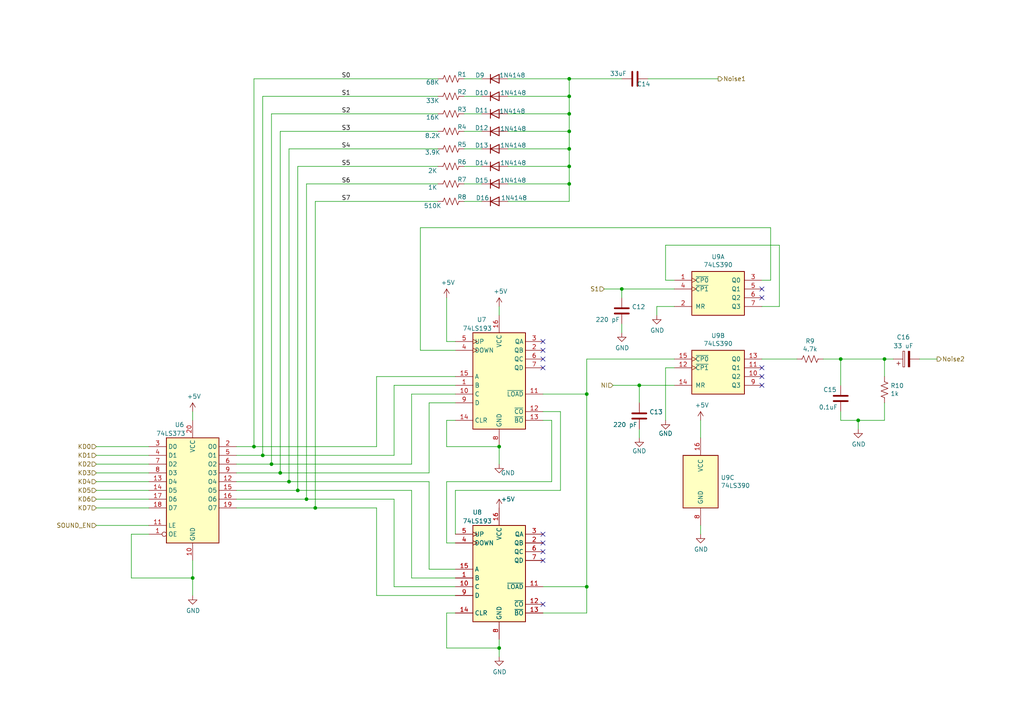
<source format=kicad_sch>
(kicad_sch (version 20230121) (generator eeschema)
  (paper "A4")
  (title_block (title "OSI Interface") (date "2020-06-23") (rev "1.2") (company "OSIWeb.org") (comment 1 "Sound Circuit"))
  (lib_symbols
    (symbol "74xx:74LS373"
      (property "Reference" "U" (at -7.62 16.51 0))
      (property "Value" "74LS373" (at -7.62 -16.51 0))
      (symbol "74LS373_1_0"
        (pin input inverted (at -12.7 -12.7 0) (length 5.08) (name "OE") (number "1"))
        (pin power_in line (at 0 -20.32 90) (length 5.08) (name "GND") (number "10"))
        (pin input line (at -12.7 -10.16 0) (length 5.08) (name "LE") (number "11"))
        (pin tri_state line (at 12.7 2.54 180) (length 5.08) (name "O4") (number "12"))
        (pin input line (at -12.7 2.54 0) (length 5.08) (name "D4") (number "13"))
        (pin input line (at -12.7 0 0) (length 5.08) (name "D5") (number "14"))
        (pin tri_state line (at 12.7 0 180) (length 5.08) (name "O5") (number "15"))
        (pin tri_state line (at 12.7 -2.54 180) (length 5.08) (name "O6") (number "16"))
        (pin input line (at -12.7 -2.54 0) (length 5.08) (name "D6") (number "17"))
        (pin input line (at -12.7 -5.08 0) (length 5.08) (name "D7") (number "18"))
        (pin tri_state line (at 12.7 -5.08 180) (length 5.08) (name "O7") (number "19"))
        (pin tri_state line (at 12.7 12.7 180) (length 5.08) (name "O0") (number "2"))
        (pin power_in line (at 0 20.32 270) (length 5.08) (name "VCC") (number "20"))
        (pin input line (at -12.7 12.7 0) (length 5.08) (name "D0") (number "3"))
        (pin input line (at -12.7 10.16 0) (length 5.08) (name "D1") (number "4"))
        (pin tri_state line (at 12.7 10.16 180) (length 5.08) (name "O1") (number "5"))
        (pin tri_state line (at 12.7 7.62 180) (length 5.08) (name "O2") (number "6"))
        (pin input line (at -12.7 7.62 0) (length 5.08) (name "D2") (number "7"))
        (pin input line (at -12.7 5.08 0) (length 5.08) (name "D3") (number "8"))
        (pin tri_state line (at 12.7 5.08 180) (length 5.08) (name "O3") (number "9"))
      )
      (symbol "74LS373_1_1"
        (rectangle (start -7.62 15.24) (end 7.62 -15.24) (stroke (width 0.254)) (fill (type background)))
      )
    )
    (symbol "74xx:74LS390" (pin_names (offset 1.016))
      (property "Reference" "U" (at -7.62 8.89 0))
      (property "Value" "74LS390" (at -7.62 -8.89 0))
      (symbol "74LS390_1_0"
        (pin input clock (at -12.7 2.54 0) (length 5.08) (name "~{CP0}") (number "1"))
        (pin input line (at -12.7 -5.08 0) (length 5.08) (name "MR") (number "2"))
        (pin output line (at 12.7 2.54 180) (length 5.08) (name "Q0") (number "3"))
        (pin input clock (at -12.7 0 0) (length 5.08) (name "~{CP1}") (number "4"))
        (pin output line (at 12.7 0 180) (length 5.08) (name "Q1") (number "5"))
        (pin output line (at 12.7 -2.54 180) (length 5.08) (name "Q2") (number "6"))
        (pin output line (at 12.7 -5.08 180) (length 5.08) (name "Q3") (number "7"))
      )
      (symbol "74LS390_1_1"
        (rectangle (start -7.62 5.08) (end 7.62 -7.62) (stroke (width 0.254)) (fill (type background)))
      )
      (symbol "74LS390_2_0"
        (pin output line (at 12.7 -2.54 180) (length 5.08) (name "Q2") (number "10"))
        (pin output line (at 12.7 0 180) (length 5.08) (name "Q1") (number "11"))
        (pin input clock (at -12.7 0 0) (length 5.08) (name "~{CP1}") (number "12"))
        (pin output line (at 12.7 2.54 180) (length 5.08) (name "Q0") (number "13"))
        (pin input line (at -12.7 -5.08 0) (length 5.08) (name "MR") (number "14"))
        (pin input clock (at -12.7 2.54 0) (length 5.08) (name "~{CP0}") (number "15"))
        (pin output line (at 12.7 -5.08 180) (length 5.08) (name "Q3") (number "9"))
      )
      (symbol "74LS390_2_1"
        (rectangle (start -7.62 5.08) (end 7.62 -7.62) (stroke (width 0.254)) (fill (type background)))
      )
      (symbol "74LS390_3_0"
        (pin power_in line (at 0 12.7 270) (length 5.08) (name "VCC") (number "16"))
        (pin power_in line (at 0 -12.7 90) (length 5.08) (name "GND") (number "8"))
      )
      (symbol "74LS390_3_1"
        (rectangle (start -5.08 7.62) (end 5.08 -7.62) (stroke (width 0.254)) (fill (type background)))
      )
    )
    (symbol "Device:C" (pin_numbers hide) (pin_names (offset 0.254))
      (property "Reference" "C" (at 0.635 2.54 0))
      (property "Value" "C" (at 0.635 -2.54 0))
      (symbol "C_0_1"
        (polyline (pts (xy -2.032 -0.762) (xy 2.032 -0.762)) (stroke (width 0.508)))
        (polyline (pts (xy -2.032 0.762) (xy 2.032 0.762)) (stroke (width 0.508)))
      )
      (symbol "C_1_1"
        (pin passive line (at 0 3.81 270) (length 2.794) (name "~") (number "1"))
        (pin passive line (at 0 -3.81 90) (length 2.794) (name "~") (number "2"))
      )
    )
    (symbol "Device:C_Polarized" (pin_numbers hide) (pin_names (offset 0.254))
      (property "Reference" "C" (at 0.635 2.54 0))
      (property "Value" "C_Polarized" (at 0.635 -2.54 0))
      (symbol "C_Polarized_0_1"
        (rectangle (start -2.286 0.508) (end 2.286 1.016))
        (polyline (pts (xy -1.778 2.286) (xy -0.762 2.286)))
        (polyline (pts (xy -1.27 2.794) (xy -1.27 1.778)))
        (rectangle (start 2.286 -0.508) (end -2.286 -1.016) (fill (type outline)))
      )
      (symbol "C_Polarized_1_1"
        (pin passive line (at 0 3.81 270) (length 2.794) (name "~") (number "1"))
        (pin passive line (at 0 -3.81 90) (length 2.794) (name "~") (number "2"))
      )
    )
    (symbol "Device:R_US" (pin_numbers hide) (pin_names (offset 0))
      (property "Reference" "R" (at 2.54 0 90))
      (property "Value" "R_US" (at -2.54 0 90))
      (symbol "R_US_0_1"
        (polyline (pts (xy 0 -2.286) (xy 0 -2.54)))
        (polyline (pts (xy 0 2.286) (xy 0 2.54)))
        (polyline (pts (xy 0 -0.762) (xy 1.016 -1.143) (xy 0 -1.524) (xy -1.016 -1.905) (xy 0 -2.286)))
        (polyline (pts (xy 0 0.762) (xy 1.016 0.381) (xy 0 0) (xy -1.016 -0.381) (xy 0 -0.762)))
        (polyline (pts (xy 0 2.286) (xy 1.016 1.905) (xy 0 1.524) (xy -1.016 1.143) (xy 0 0.762)))
      )
      (symbol "R_US_1_1"
        (pin passive line (at 0 3.81 270) (length 1.27) (name "~") (number "1"))
        (pin passive line (at 0 -3.81 90) (length 1.27) (name "~") (number "2"))
      )
    )
    (symbol "Diode:1N4148" (pin_numbers hide) (pin_names hide)
      (property "Reference" "D" (at 0 2.54 0))
      (property "Value" "1N4148" (at 0 -2.54 0))
      (symbol "1N4148_0_1"
        (polyline (pts (xy -1.27 1.27) (xy -1.27 -1.27)) (stroke (width 0.254)))
        (polyline (pts (xy 1.27 0) (xy -1.27 0)))
        (polyline (pts (xy 1.27 1.27) (xy 1.27 -1.27) (xy -1.27 0) (xy 1.27 1.27)) (stroke (width 0.254)))
      )
      (symbol "1N4148_1_1"
        (pin passive line (at -3.81 0 0) (length 2.54) (name "K") (number "1"))
        (pin passive line (at 3.81 0 180) (length 2.54) (name "A") (number "2"))
      )
    )
    (symbol "power:+5V" (power) (pin_names (offset 0))
      (property "Value" "+5V" (at 0 3.556 0))
      (symbol "+5V_0_1"
        (polyline (pts (xy -0.762 1.27) (xy 0 2.54)))
        (polyline (pts (xy 0 0) (xy 0 2.54)))
        (polyline (pts (xy 0 2.54) (xy 0.762 1.27)))
      )
      (symbol "+5V_1_1"
        (pin power_in line (at 0 0 90) (length 0) hide (name "+5V") (number "1"))
      )
    )
    (symbol "power:GND" (power) (pin_names (offset 0))
      (property "Value" "GND" (at 0 -3.81 0))
      (symbol "GND_0_1"
        (polyline (pts (xy 0 0) (xy 0 -1.27) (xy 1.27 -1.27) (xy 0 -2.54) (xy -1.27 -1.27) (xy 0 -1.27)))
      )
      (symbol "GND_1_1"
        (pin power_in line (at 0 0 270) (length 0) hide (name "GND") (number "1"))
      )
    )
    (symbol "unikbd:74LS193"
      (property "Reference" "U" (at -7.62 13.97 0))
      (property "Value" "74LS193" (at 5.08 13.97 0))
      (symbol "74LS193_1_0"
        (pin input line (at -12.7 -2.54 0) (length 5.08) (name "B") (number "1"))
        (pin input line (at -12.7 -5.08 0) (length 5.08) (name "C") (number "10"))
        (pin input line (at 12.7 -5.08 180) (length 5.08) (name "~{LOAD}") (number "11"))
        (pin output line (at 12.7 -10.16 180) (length 5.08) (name "~{CO}") (number "12"))
        (pin output line (at 12.7 -12.7 180) (length 5.08) (name "~{BO}") (number "13"))
        (pin input line (at -12.7 -12.7 0) (length 5.08) (name "CLR") (number "14"))
        (pin input line (at -12.7 0 0) (length 5.08) (name "A") (number "15"))
        (pin power_in line (at 0 17.78 270) (length 5.08) (name "VCC") (number "16"))
        (pin output line (at 12.7 7.62 180) (length 5.08) (name "QB") (number "2"))
        (pin output line (at 12.7 10.16 180) (length 5.08) (name "QA") (number "3"))
        (pin input clock (at -12.7 7.62 0) (length 5.08) (name "DOWN") (number "4"))
        (pin input clock (at -12.7 10.16 0) (length 5.08) (name "UP") (number "5"))
        (pin output line (at 12.7 5.08 180) (length 5.08) (name "QC") (number "6"))
        (pin output line (at 12.7 2.54 180) (length 5.08) (name "QD") (number "7"))
        (pin power_in line (at 0 -20.32 90) (length 5.08) (name "GND") (number "8"))
        (pin input line (at -12.7 -7.62 0) (length 5.08) (name "D") (number "9"))
      )
      (symbol "74LS193_1_1"
        (rectangle (start -7.62 12.7) (end 7.62 -15.24) (stroke (width 0.254)) (fill (type background)))
      )
    )
  )
  (junction (at 91.44 147.32))
  (junction (at 165.1 27.94))
  (junction (at 165.1 38.1))
  (junction (at 165.1 43.18))
  (junction (at 86.36 142.24))
  (junction (at 81.28 137.16))
  (junction (at 170.18 114.3))
  (junction (at 55.88 167.64))
  (junction (at 165.1 48.26))
  (junction (at 73.66 129.54))
  (junction (at 180.34 83.82))
  (junction (at 248.92 121.92))
  (junction (at 88.9 144.78))
  (junction (at 144.78 129.54))
  (junction (at 170.18 170.18))
  (junction (at 165.1 33.02))
  (junction (at 185.42 111.76))
  (junction (at 243.84 104.14))
  (junction (at 76.2 132.08))
  (junction (at 165.1 22.86))
  (junction (at 83.82 139.7))
  (junction (at 165.1 53.34))
  (junction (at 78.74 134.62))
  (junction (at 256.54 104.14))
  (junction (at 144.78 187.96))
  (no_connect (at 157.48 160.02))
  (no_connect (at 157.48 154.94))
  (no_connect (at 157.48 162.56))
  (no_connect (at 157.48 101.6))
  (no_connect (at 220.98 86.36))
  (no_connect (at 157.48 175.26))
  (no_connect (at 157.48 104.14))
  (no_connect (at 220.98 109.22))
  (no_connect (at 220.98 111.76))
  (no_connect (at 157.48 157.48))
  (no_connect (at 157.48 99.06))
  (no_connect (at 220.98 83.82))
  (no_connect (at 157.48 106.68))
  (no_connect (at 220.98 106.68))
  (wire (pts (xy 134.62 27.94) (xy 139.7 27.94)))
  (wire (pts (xy 38.1 154.94) (xy 38.1 167.64)))
  (wire (pts (xy 109.22 172.72) (xy 132.08 172.72)))
  (wire (pts (xy 129.54 99.06) (xy 132.08 99.06)))
  (wire (pts (xy 243.84 104.14) (xy 256.54 104.14)))
  (wire (pts (xy 88.9 144.78) (xy 88.9 53.34)))
  (wire (pts (xy 157.48 121.92) (xy 160.02 121.92)))
  (wire (pts (xy 248.92 121.92) (xy 256.54 121.92)))
  (wire (pts (xy 27.94 129.54) (xy 43.18 129.54)))
  (wire (pts (xy 81.28 38.1) (xy 127 38.1)))
  (wire (pts (xy 43.18 154.94) (xy 38.1 154.94)))
  (wire (pts (xy 109.22 109.22) (xy 132.08 109.22)))
  (wire (pts (xy 162.56 119.38) (xy 162.56 142.24)))
  (wire (pts (xy 86.36 48.26) (xy 127 48.26)))
  (wire (pts (xy 160.02 121.92) (xy 160.02 139.7)))
  (wire (pts (xy 124.46 137.16) (xy 81.28 137.16)))
  (wire (pts (xy 68.58 144.78) (xy 88.9 144.78)))
  (wire (pts (xy 147.32 22.86) (xy 165.1 22.86)))
  (wire (pts (xy 129.54 121.92) (xy 129.54 129.54)))
  (wire (pts (xy 27.94 137.16) (xy 43.18 137.16)))
  (wire (pts (xy 165.1 22.86) (xy 180.34 22.86)))
  (wire (pts (xy 88.9 53.34) (xy 127 53.34)))
  (wire (pts (xy 124.46 116.84) (xy 124.46 137.16)))
  (wire (pts (xy 119.38 114.3) (xy 132.08 114.3)))
  (wire (pts (xy 134.62 22.86) (xy 139.7 22.86)))
  (wire (pts (xy 185.42 124.46) (xy 185.42 127)))
  (wire (pts (xy 193.04 106.68) (xy 193.04 121.92)))
  (wire (pts (xy 226.06 88.9) (xy 220.98 88.9)))
  (wire (pts (xy 124.46 139.7) (xy 124.46 165.1)))
  (wire (pts (xy 55.88 167.64) (xy 55.88 172.72)))
  (wire (pts (xy 134.62 58.42) (xy 139.7 58.42)))
  (wire (pts (xy 129.54 129.54) (xy 144.78 129.54)))
  (wire (pts (xy 134.62 38.1) (xy 139.7 38.1)))
  (wire (pts (xy 177.8 111.76) (xy 185.42 111.76)))
  (wire (pts (xy 83.82 139.7) (xy 83.82 43.18)))
  (wire (pts (xy 187.96 22.86) (xy 208.28 22.86)))
  (wire (pts (xy 109.22 147.32) (xy 109.22 172.72)))
  (wire (pts (xy 223.52 66.04) (xy 223.52 81.28)))
  (wire (pts (xy 55.88 162.56) (xy 55.88 167.64)))
  (wire (pts (xy 165.1 27.94) (xy 165.1 22.86)))
  (wire (pts (xy 165.1 53.34) (xy 165.1 48.26)))
  (wire (pts (xy 27.94 147.32) (xy 43.18 147.32)))
  (wire (pts (xy 132.08 116.84) (xy 124.46 116.84)))
  (wire (pts (xy 55.88 121.92) (xy 55.88 119.38)))
  (wire (pts (xy 76.2 27.94) (xy 127 27.94)))
  (wire (pts (xy 119.38 167.64) (xy 132.08 167.64)))
  (wire (pts (xy 134.62 43.18) (xy 139.7 43.18)))
  (wire (pts (xy 109.22 129.54) (xy 109.22 109.22)))
  (wire (pts (xy 180.34 83.82) (xy 195.58 83.82)))
  (wire (pts (xy 271.78 104.14) (xy 266.7 104.14)))
  (wire (pts (xy 190.5 88.9) (xy 195.58 88.9)))
  (wire (pts (xy 147.32 53.34) (xy 165.1 53.34)))
  (wire (pts (xy 86.36 142.24) (xy 119.38 142.24)))
  (wire (pts (xy 121.92 101.6) (xy 121.92 66.04)))
  (wire (pts (xy 81.28 38.1) (xy 81.28 137.16)))
  (wire (pts (xy 165.1 38.1) (xy 165.1 43.18)))
  (wire (pts (xy 157.48 177.8) (xy 170.18 177.8)))
  (wire (pts (xy 226.06 71.12) (xy 226.06 88.9)))
  (wire (pts (xy 91.44 147.32) (xy 109.22 147.32)))
  (wire (pts (xy 165.1 38.1) (xy 165.1 33.02)))
  (wire (pts (xy 132.08 101.6) (xy 121.92 101.6)))
  (wire (pts (xy 114.3 144.78) (xy 114.3 170.18)))
  (wire (pts (xy 243.84 119.38) (xy 243.84 121.92)))
  (wire (pts (xy 144.78 185.42) (xy 144.78 187.96)))
  (wire (pts (xy 129.54 177.8) (xy 132.08 177.8)))
  (wire (pts (xy 27.94 142.24) (xy 43.18 142.24)))
  (wire (pts (xy 73.66 22.86) (xy 127 22.86)))
  (wire (pts (xy 157.48 114.3) (xy 170.18 114.3)))
  (wire (pts (xy 256.54 104.14) (xy 256.54 109.22)))
  (wire (pts (xy 256.54 121.92) (xy 256.54 116.84)))
  (wire (pts (xy 78.74 33.02) (xy 127 33.02)))
  (wire (pts (xy 134.62 53.34) (xy 139.7 53.34)))
  (wire (pts (xy 193.04 71.12) (xy 193.04 81.28)))
  (wire (pts (xy 144.78 91.44) (xy 144.78 88.9)))
  (wire (pts (xy 144.78 187.96) (xy 129.54 187.96)))
  (wire (pts (xy 157.48 119.38) (xy 162.56 119.38)))
  (wire (pts (xy 81.28 137.16) (xy 68.58 137.16)))
  (wire (pts (xy 203.2 152.4) (xy 203.2 154.94)))
  (wire (pts (xy 68.58 142.24) (xy 86.36 142.24)))
  (wire (pts (xy 170.18 170.18) (xy 170.18 114.3)))
  (wire (pts (xy 132.08 170.18) (xy 114.3 170.18)))
  (wire (pts (xy 132.08 142.24) (xy 162.56 142.24)))
  (wire (pts (xy 38.1 167.64) (xy 55.88 167.64)))
  (wire (pts (xy 119.38 114.3) (xy 119.38 134.62)))
  (wire (pts (xy 175.26 83.82) (xy 180.34 83.82)))
  (wire (pts (xy 27.94 139.7) (xy 43.18 139.7)))
  (wire (pts (xy 83.82 139.7) (xy 124.46 139.7)))
  (wire (pts (xy 248.92 124.46) (xy 248.92 121.92)))
  (wire (pts (xy 185.42 111.76) (xy 185.42 116.84)))
  (wire (pts (xy 147.32 27.94) (xy 165.1 27.94)))
  (wire (pts (xy 144.78 187.96) (xy 144.78 190.5)))
  (wire (pts (xy 134.62 48.26) (xy 139.7 48.26)))
  (wire (pts (xy 147.32 38.1) (xy 165.1 38.1)))
  (wire (pts (xy 193.04 81.28) (xy 195.58 81.28)))
  (wire (pts (xy 132.08 142.24) (xy 132.08 154.94)))
  (wire (pts (xy 180.34 83.82) (xy 180.34 86.36)))
  (wire (pts (xy 147.32 33.02) (xy 165.1 33.02)))
  (wire (pts (xy 132.08 111.76) (xy 114.3 111.76)))
  (wire (pts (xy 27.94 134.62) (xy 43.18 134.62)))
  (wire (pts (xy 157.48 170.18) (xy 170.18 170.18)))
  (wire (pts (xy 86.36 48.26) (xy 86.36 142.24)))
  (wire (pts (xy 170.18 104.14) (xy 195.58 104.14)))
  (wire (pts (xy 121.92 66.04) (xy 223.52 66.04)))
  (wire (pts (xy 129.54 139.7) (xy 129.54 157.48)))
  (wire (pts (xy 68.58 132.08) (xy 76.2 132.08)))
  (wire (pts (xy 27.94 152.4) (xy 43.18 152.4)))
  (wire (pts (xy 73.66 129.54) (xy 109.22 129.54)))
  (wire (pts (xy 76.2 27.94) (xy 76.2 132.08)))
  (wire (pts (xy 160.02 139.7) (xy 129.54 139.7)))
  (wire (pts (xy 190.5 88.9) (xy 190.5 91.44)))
  (wire (pts (xy 91.44 58.42) (xy 91.44 147.32)))
  (wire (pts (xy 91.44 58.42) (xy 127 58.42)))
  (wire (pts (xy 78.74 134.62) (xy 78.74 33.02)))
  (wire (pts (xy 180.34 93.98) (xy 180.34 96.52)))
  (wire (pts (xy 256.54 104.14) (xy 259.08 104.14)))
  (wire (pts (xy 83.82 43.18) (xy 127 43.18)))
  (wire (pts (xy 119.38 134.62) (xy 78.74 134.62)))
  (wire (pts (xy 68.58 129.54) (xy 73.66 129.54)))
  (wire (pts (xy 27.94 144.78) (xy 43.18 144.78)))
  (wire (pts (xy 129.54 157.48) (xy 132.08 157.48)))
  (wire (pts (xy 129.54 99.06) (xy 129.54 86.36)))
  (wire (pts (xy 238.76 104.14) (xy 243.84 104.14)))
  (wire (pts (xy 68.58 139.7) (xy 83.82 139.7)))
  (wire (pts (xy 147.32 48.26) (xy 165.1 48.26)))
  (wire (pts (xy 203.2 127) (xy 203.2 121.92)))
  (wire (pts (xy 243.84 121.92) (xy 248.92 121.92)))
  (wire (pts (xy 223.52 81.28) (xy 220.98 81.28)))
  (wire (pts (xy 147.32 43.18) (xy 165.1 43.18)))
  (wire (pts (xy 165.1 58.42) (xy 165.1 53.34)))
  (wire (pts (xy 68.58 147.32) (xy 91.44 147.32)))
  (wire (pts (xy 27.94 132.08) (xy 43.18 132.08)))
  (wire (pts (xy 144.78 129.54) (xy 144.78 134.62)))
  (wire (pts (xy 134.62 33.02) (xy 139.7 33.02)))
  (wire (pts (xy 129.54 187.96) (xy 129.54 177.8)))
  (wire (pts (xy 193.04 71.12) (xy 226.06 71.12)))
  (wire (pts (xy 165.1 33.02) (xy 165.1 27.94)))
  (wire (pts (xy 88.9 144.78) (xy 114.3 144.78)))
  (wire (pts (xy 165.1 48.26) (xy 165.1 43.18)))
  (wire (pts (xy 220.98 104.14) (xy 231.14 104.14)))
  (wire (pts (xy 185.42 111.76) (xy 195.58 111.76)))
  (wire (pts (xy 147.32 58.42) (xy 165.1 58.42)))
  (wire (pts (xy 119.38 142.24) (xy 119.38 167.64)))
  (wire (pts (xy 170.18 177.8) (xy 170.18 170.18)))
  (wire (pts (xy 129.54 121.92) (xy 132.08 121.92)))
  (wire (pts (xy 114.3 132.08) (xy 114.3 111.76)))
  (wire (pts (xy 193.04 106.68) (xy 195.58 106.68)))
  (wire (pts (xy 78.74 134.62) (xy 68.58 134.62)))
  (wire (pts (xy 170.18 104.14) (xy 170.18 114.3)))
  (wire (pts (xy 73.66 22.86) (xy 73.66 129.54)))
  (wire (pts (xy 132.08 165.1) (xy 124.46 165.1)))
  (wire (pts (xy 76.2 132.08) (xy 114.3 132.08)))
  (wire (pts (xy 243.84 111.76) (xy 243.84 104.14)))
  (label "S5" (at 99.06 48.26 0))
  (label "S0" (at 99.06 22.86 0))
  (label "S7" (at 99.06 58.42 0))
  (label "S6" (at 99.06 53.34 0))
  (label "S1" (at 99.06 27.94 0))
  (label "S3" (at 99.06 38.1 0))
  (label "S2" (at 99.06 33.02 0))
  (label "S4" (at 99.06 43.18 0))
  (hierarchical_label "KD6" (shape input) (at 27.94 144.78 180))
  (hierarchical_label "Noise1" (shape output) (at 208.28 22.86 0))
  (hierarchical_label "S1" (shape input) (at 175.26 83.82 180))
  (hierarchical_label "KD5" (shape input) (at 27.94 142.24 180))
  (hierarchical_label "SOUND_EN" (shape input) (at 27.94 152.4 180))
  (hierarchical_label "Noise2" (shape output) (at 271.78 104.14 0))
  (hierarchical_label "KD4" (shape input) (at 27.94 139.7 180))
  (hierarchical_label "KD3" (shape input) (at 27.94 137.16 180))
  (hierarchical_label "KD1" (shape input) (at 27.94 132.08 180))
  (hierarchical_label "NI" (shape input) (at 177.8 111.76 180))
  (hierarchical_label "KD7" (shape input) (at 27.94 147.32 180))
  (hierarchical_label "KD2" (shape input) (at 27.94 134.62 180))
  (hierarchical_label "KD0" (shape input) (at 27.94 129.54 180))
  (symbol (lib_id "power:GND") (at 193.04 121.92 0) (unit 1)
    (property "Reference" "#PWR0104" (effects hide))
    (property "Value" "GND" (at 193.04 125.73 0))
  )
  (symbol (lib_id "power:+5V") (at 144.78 88.9 0) (unit 1)
    (property "Reference" "#PWR0105" (effects hide))
    (property "Value" "+5V" (at 145.161 84.5058 0))
  )
  (symbol (lib_id "power:+5V") (at 144.78 147.32 0) (unit 1)
    (property "Reference" "#PWR0106" (effects hide))
    (property "Value" "+5V" (at 147.32 144.78 0))
  )
  (symbol (lib_id "power:+5V") (at 55.88 119.38 0) (unit 1)
    (property "Reference" "#PWR0107" (effects hide))
    (property "Value" "+5V" (at 56.261 114.9858 0))
  )
  (symbol (lib_id "power:GND") (at 55.88 172.72 0) (unit 1)
    (property "Reference" "#PWR0108" (effects hide))
    (property "Value" "GND" (at 56.007 177.1142 0))
  )
  (symbol (lib_id "Diode:1N4148") (at 143.51 22.86 0) (unit 1)
    (property "Reference" "D9" (at 139.192 21.844 0))
    (property "Value" "1N4148" (at 148.59 21.844 0))
    (property "Footprint" "Diode_THT:D_DO-35_SOD27_P7.62mm_Horizontal" (effects hide))
    (property "Datasheet" "https://assets.nexperia.com/documents/data-sheet/1N4148_1N4448.pdf" (effects hide))
    (property "Sim.Device" "D" (effects hide))
    (property "Sim.Pins" "1=K 2=A" (effects hide))
  )
  (symbol (lib_id "Diode:1N4148") (at 143.51 27.94 0) (unit 1)
    (property "Reference" "D10" (at 139.7 26.924 0))
    (property "Value" "1N4148" (at 148.844 26.924 0))
    (property "Footprint" "Diode_THT:D_DO-35_SOD27_P7.62mm_Horizontal" (effects hide))
    (property "Datasheet" "https://assets.nexperia.com/documents/data-sheet/1N4148_1N4448.pdf" (effects hide))
    (property "Sim.Device" "D" (effects hide))
    (property "Sim.Pins" "1=K 2=A" (effects hide))
  )
  (symbol (lib_id "Diode:1N4148") (at 143.51 33.02 0) (unit 1)
    (property "Reference" "D11" (at 139.7 32.004 0))
    (property "Value" "1N4148" (at 148.59 32.258 0))
    (property "Footprint" "Diode_THT:D_DO-35_SOD27_P7.62mm_Horizontal" (effects hide))
    (property "Datasheet" "https://assets.nexperia.com/documents/data-sheet/1N4148_1N4448.pdf" (effects hide))
    (property "Sim.Device" "D" (effects hide))
    (property "Sim.Pins" "1=K 2=A" (effects hide))
  )
  (symbol (lib_id "Diode:1N4148") (at 143.51 38.1 0) (unit 1)
    (property "Reference" "D12" (at 139.7 37.084 0))
    (property "Value" "1N4148" (at 148.844 37.338 0))
    (property "Footprint" "Diode_THT:D_DO-35_SOD27_P7.62mm_Horizontal" (effects hide))
    (property "Datasheet" "https://assets.nexperia.com/documents/data-sheet/1N4148_1N4448.pdf" (effects hide))
    (property "Sim.Device" "D" (effects hide))
    (property "Sim.Pins" "1=K 2=A" (effects hide))
  )
  (symbol (lib_id "Diode:1N4148") (at 143.51 43.18 0) (unit 1)
    (property "Reference" "D13" (at 139.7 42.164 0))
    (property "Value" "1N4148" (at 148.844 42.164 0))
    (property "Footprint" "Diode_THT:D_DO-35_SOD27_P7.62mm_Horizontal" (effects hide))
    (property "Datasheet" "https://assets.nexperia.com/documents/data-sheet/1N4148_1N4448.pdf" (effects hide))
    (property "Sim.Device" "D" (effects hide))
    (property "Sim.Pins" "1=K 2=A" (effects hide))
  )
  (symbol (lib_id "Diode:1N4148") (at 143.51 48.26 0) (unit 1)
    (property "Reference" "D14" (at 139.7 47.244 0))
    (property "Value" "1N4148" (at 148.844 47.244 0))
    (property "Footprint" "Diode_THT:D_DO-35_SOD27_P7.62mm_Horizontal" (effects hide))
    (property "Datasheet" "https://assets.nexperia.com/documents/data-sheet/1N4148_1N4448.pdf" (effects hide))
    (property "Sim.Device" "D" (effects hide))
    (property "Sim.Pins" "1=K 2=A" (effects hide))
  )
  (symbol (lib_id "Diode:1N4148") (at 143.51 58.42 0) (unit 1)
    (property "Reference" "D16" (at 139.954 57.404 0))
    (property "Value" "1N4148" (at 149.098 57.404 0))
    (property "Footprint" "Diode_THT:D_DO-35_SOD27_P7.62mm_Horizontal" (effects hide))
    (property "Datasheet" "https://assets.nexperia.com/documents/data-sheet/1N4148_1N4448.pdf" (effects hide))
    (property "Sim.Device" "D" (effects hide))
    (property "Sim.Pins" "1=K 2=A" (effects hide))
  )
  (symbol (lib_id "Diode:1N4148") (at 143.51 53.34 0) (unit 1)
    (property "Reference" "D15" (at 139.7 52.324 0))
    (property "Value" "1N4148" (at 148.844 52.324 0))
    (property "Footprint" "Diode_THT:D_DO-35_SOD27_P7.62mm_Horizontal" (effects hide))
    (property "Datasheet" "https://assets.nexperia.com/documents/data-sheet/1N4148_1N4448.pdf" (effects hide))
    (property "Sim.Device" "D" (effects hide))
    (property "Sim.Pins" "1=K 2=A" (effects hide))
  )
  (symbol (lib_id "74xx:74LS373") (at 55.88 142.24 0) (unit 1)
    (property "Reference" "U6" (at 52.07 123.19 0))
    (property "Value" "74LS373" (at 49.53 125.73 0))
    (property "Footprint" "Package_DIP:DIP-20_W7.62mm" (effects hide))
    (property "Datasheet" "http://www.ti.com/lit/gpn/sn74LS373" (effects hide))
  )
  (symbol (lib_id "unikbd:74LS193") (at 144.78 109.22 0) (unit 1)
    (property "Reference" "U7" (at 139.7 92.71 0))
    (property "Value" "74LS193" (at 138.43 95.25 0))
    (property "Footprint" "Package_DIP:DIP-16_W7.62mm" (effects hide))
    (property "Datasheet" "http://www.ti.com/lit/ds/symlink/sn74ls193.pdf" (effects hide))
  )
  (symbol (lib_id "unikbd:74LS193") (at 144.78 165.1 0) (unit 1)
    (property "Reference" "U8" (at 138.43 148.59 0))
    (property "Value" "74LS193" (at 138.43 151.13 0))
    (property "Footprint" "Package_DIP:DIP-16_W7.62mm" (effects hide))
    (property "Datasheet" "http://www.ti.com/lit/ds/symlink/sn74ls193.pdf" (effects hide))
  )
  (symbol (lib_id "power:GND") (at 144.78 134.62 0) (unit 1)
    (property "Reference" "#PWR017" (effects hide))
    (property "Value" "GND" (at 147.32 137.16 0))
  )
  (symbol (lib_id "power:GND") (at 144.78 190.5 0) (unit 1)
    (property "Reference" "#PWR018" (effects hide))
    (property "Value" "GND" (at 144.907 194.8942 0))
  )
  (symbol (lib_id "74xx:74LS390") (at 208.28 83.82 0) (unit 1)
    (property "Reference" "U9" (at 208.28 74.4982 0))
    (property "Value" "74LS390" (at 208.28 76.8096 0))
    (property "Footprint" "Package_DIP:DIP-16_W7.62mm" (effects hide))
    (property "Datasheet" "http://www.ti.com/lit/gpn/sn74LS390" (effects hide))
  )
  (symbol (lib_id "74xx:74LS390") (at 208.28 106.68 0) (unit 2)
    (property "Reference" "U9" (at 208.28 97.3582 0))
    (property "Value" "74LS390" (at 208.28 99.6696 0))
    (property "Footprint" "Package_DIP:DIP-16_W7.62mm" (effects hide))
    (property "Datasheet" "http://www.ti.com/lit/gpn/sn74LS390" (effects hide))
  )
  (symbol (lib_id "74xx:74LS390") (at 203.2 139.7 0) (unit 3)
    (property "Reference" "U9" (at 209.042 138.5316 0) (effects (justify left)))
    (property "Value" "74LS390" (at 209.042 140.843 0) (effects (justify left)))
    (property "Footprint" "Package_DIP:DIP-16_W7.62mm" (effects hide))
    (property "Datasheet" "http://www.ti.com/lit/gpn/sn74LS390" (effects hide))
  )
  (symbol (lib_id "power:GND") (at 190.5 91.44 0) (unit 1)
    (property "Reference" "#PWR021" (effects hide))
    (property "Value" "GND" (at 190.627 95.8342 0))
  )
  (symbol (lib_id "power:+5V") (at 129.54 86.36 0) (unit 1)
    (property "Reference" "#PWR016" (effects hide))
    (property "Value" "+5V" (at 129.921 81.9658 0))
  )
  (symbol (lib_id "Device:R_US") (at 234.95 104.14 270) (unit 1)
    (property "Reference" "R9" (at 234.95 98.933 90))
    (property "Value" "4.7k" (at 234.95 101.2444 90))
    (property "Footprint" "Resistor_THT:R_Axial_DIN0207_L6.3mm_D2.5mm_P10.16mm_Horizontal" (effects hide))
  )
  (symbol (lib_id "Device:R_US") (at 256.54 113.03 0) (unit 1)
    (property "Reference" "R10" (at 258.2672 111.8616 0) (effects (justify left)))
    (property "Value" "1k" (at 258.2672 114.173 0) (effects (justify left)))
    (property "Footprint" "Resistor_THT:R_Axial_DIN0207_L6.3mm_D2.5mm_P10.16mm_Horizontal" (effects hide))
  )
  (symbol (lib_id "Device:C") (at 243.84 115.57 0) (unit 1)
    (property "Reference" "C15" (at 238.76 113.03 0) (effects (justify left)))
    (property "Value" "0.1uF" (at 237.49 118.11 0) (effects (justify left)))
    (property "Footprint" "Capacitor_THT:C_Disc_D3.0mm_W2.0mm_P2.50mm" (effects hide))
  )
  (symbol (lib_id "Device:C") (at 180.34 90.17 0) (unit 1)
    (property "Reference" "C12" (at 183.261 89.0016 0) (effects (justify left)))
    (property "Value" "220 pF" (at 172.72 92.71 0) (effects (justify left)))
    (property "Footprint" "Capacitor_THT:C_Disc_D3.0mm_W2.0mm_P2.50mm" (effects hide))
  )
  (symbol (lib_id "Device:C") (at 185.42 120.65 0) (unit 1)
    (property "Reference" "C13" (at 188.341 119.4816 0) (effects (justify left)))
    (property "Value" "220 pF" (at 177.8 123.19 0) (effects (justify left)))
    (property "Footprint" "Capacitor_THT:C_Disc_D3.0mm_W2.0mm_P2.50mm" (effects hide))
  )
  (symbol (lib_id "power:GND") (at 248.92 124.46 0) (unit 1)
    (property "Reference" "#PWR024" (effects hide))
    (property "Value" "GND" (at 249.047 128.8542 0))
  )
  (symbol (lib_id "power:+5V") (at 203.2 121.92 0) (unit 1)
    (property "Reference" "#PWR022" (effects hide))
    (property "Value" "+5V" (at 203.581 117.5258 0))
  )
  (symbol (lib_id "power:GND") (at 185.42 127 0) (unit 1)
    (property "Reference" "#PWR020" (effects hide))
    (property "Value" "GND" (at 185.42 130.81 0))
  )
  (symbol (lib_id "power:GND") (at 180.34 96.52 0) (unit 1)
    (property "Reference" "#PWR019" (effects hide))
    (property "Value" "GND" (at 180.467 100.9142 0))
  )
  (symbol (lib_id "Device:R_US") (at 130.81 22.86 270) (unit 1)
    (property "Reference" "R1" (at 133.985 21.59 90))
    (property "Value" "68K" (at 125.476 23.876 90))
    (property "Footprint" "Resistor_THT:R_Axial_DIN0207_L6.3mm_D2.5mm_P10.16mm_Horizontal" (effects hide))
  )
  (symbol (lib_id "Device:R_US") (at 130.81 27.94 270) (unit 1)
    (property "Reference" "R2" (at 133.985 26.67 90))
    (property "Value" "33K" (at 125.476 29.21 90))
    (property "Footprint" "Resistor_THT:R_Axial_DIN0207_L6.3mm_D2.5mm_P10.16mm_Horizontal" (effects hide))
  )
  (symbol (lib_id "Device:R_US") (at 130.81 33.02 270) (unit 1)
    (property "Reference" "R3" (at 133.985 31.75 90))
    (property "Value" "16K" (at 125.476 34.036 90))
    (property "Footprint" "Resistor_THT:R_Axial_DIN0207_L6.3mm_D2.5mm_P10.16mm_Horizontal" (effects hide))
  )
  (symbol (lib_id "Device:R_US") (at 130.81 38.1 270) (unit 1)
    (property "Reference" "R4" (at 133.985 36.83 90))
    (property "Value" "8.2K" (at 125.476 39.37 90))
    (property "Footprint" "Resistor_THT:R_Axial_DIN0207_L6.3mm_D2.5mm_P10.16mm_Horizontal" (effects hide))
  )
  (symbol (lib_id "Device:R_US") (at 130.81 43.18 270) (unit 1)
    (property "Reference" "R5" (at 133.985 41.91 90))
    (property "Value" "3.9K" (at 125.476 44.196 90))
    (property "Footprint" "Resistor_THT:R_Axial_DIN0207_L6.3mm_D2.5mm_P10.16mm_Horizontal" (effects hide))
  )
  (symbol (lib_id "Device:R_US") (at 130.81 48.26 270) (unit 1)
    (property "Reference" "R6" (at 133.985 46.99 90))
    (property "Value" "2K" (at 125.476 49.53 90))
    (property "Footprint" "Resistor_THT:R_Axial_DIN0207_L6.3mm_D2.5mm_P10.16mm_Horizontal" (effects hide))
  )
  (symbol (lib_id "Device:R_US") (at 130.81 53.34 270) (unit 1)
    (property "Reference" "R7" (at 133.985 52.07 90))
    (property "Value" "1K" (at 125.476 54.356 90))
    (property "Footprint" "Resistor_THT:R_Axial_DIN0207_L6.3mm_D2.5mm_P10.16mm_Horizontal" (effects hide))
  )
  (symbol (lib_id "Device:R_US") (at 130.81 58.42 270) (unit 1)
    (property "Reference" "R8" (at 133.985 57.15 90))
    (property "Value" "510K" (at 125.476 59.69 90))
    (property "Footprint" "Resistor_THT:R_Axial_DIN0207_L6.3mm_D2.5mm_P10.16mm_Horizontal" (effects hide))
  )
  (symbol (lib_id "Device:C") (at 184.15 22.86 270) (unit 1)
    (property "Reference" "C14" (at 186.69 24.384 90))
    (property "Value" "33uF" (at 179.324 21.336 90))
    (property "Footprint" "Capacitor_THT:C_Disc_D3.0mm_W2.0mm_P2.50mm" (effects hide))
  )
  (symbol (lib_id "Device:C_Polarized") (at 262.89 104.14 90) (unit 1)
    (property "Reference" "C16" (at 262.001 97.79 90))
    (property "Value" "33 uF" (at 262.001 100.33 90))
    (property "Footprint" "Capacitor_THT:CP_Radial_D4.0mm_P1.50mm" (effects hide))
  )
  (symbol (lib_id "power:GND") (at 203.2 154.94 0) (unit 1)
    (property "Reference" "#PWR023" (effects hide))
    (property "Value" "GND" (at 203.327 159.3342 0))
  )
)
</source>
